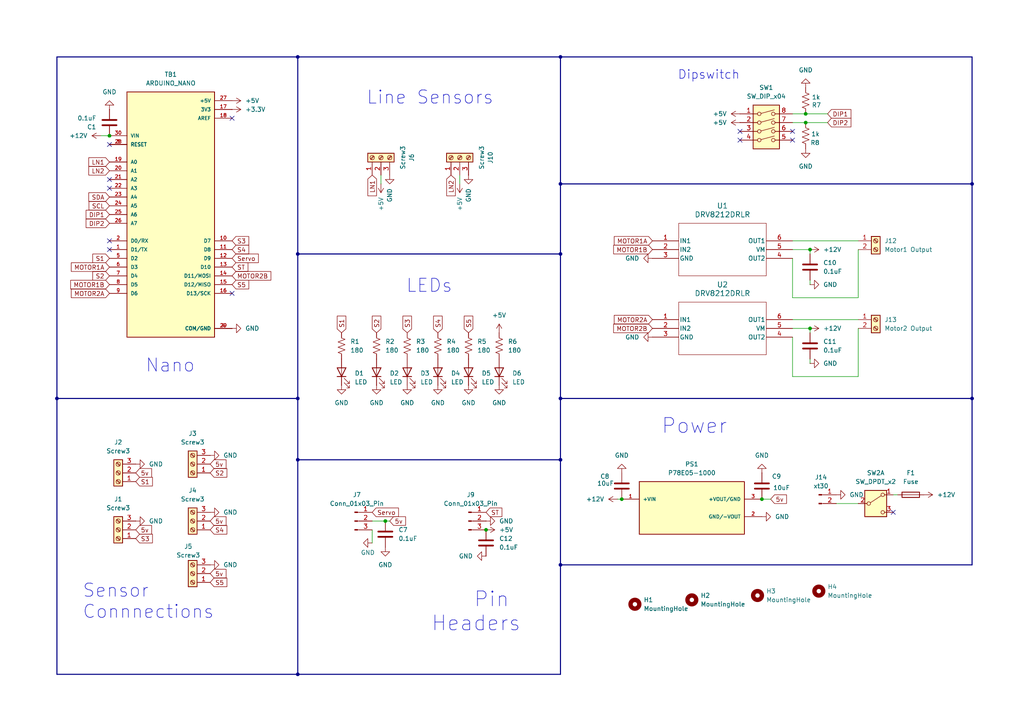
<source format=kicad_sch>
(kicad_sch (version 20231120) (generator "eeschema") (generator_version "8.0")
  (paper "A4")
  (lib_symbols
    (symbol "ARDUINO_NANO[1]:ARDUINO_NANO" (pin_names (offset 1.016))
      (property "Reference" "TB" (at -12.7 35.56 0))
      (property "Value" "ARDUINO_NANO" (at -12.7 -38.1 0))
      (symbol "ARDUINO_NANO_0_0"
        (rectangle (start -12.7 -35.56) (end 12.7 35.56) (stroke (width 0.254)) (fill (type background)))
        (pin bidirectional line (at -17.78 -10.16 0) (length 5.08) (name "D1/TX") (number "1"))
        (pin bidirectional line (at 17.78 -7.62 180) (length 5.08) (name "D7") (number "10"))
        (pin bidirectional line (at 17.78 -10.16 180) (length 5.08) (name "D8") (number "11"))
        (pin bidirectional line (at 17.78 -12.7 180) (length 5.08) (name "D9") (number "12"))
        (pin bidirectional line (at 17.78 -15.24 180) (length 5.08) (name "D10") (number "13"))
        (pin bidirectional line (at 17.78 -17.78 180) (length 5.08) (name "D11/MOSI") (number "14"))
        (pin bidirectional line (at 17.78 -20.32 180) (length 5.08) (name "D12/MISO") (number "15"))
        (pin bidirectional line (at 17.78 -22.86 180) (length 5.08) (name "D13/SCK") (number "16"))
        (pin power_in line (at 17.78 30.48 180) (length 5.08) (name "3V3") (number "17"))
        (pin power_in line (at 17.78 27.94 180) (length 5.08) (name "AREF") (number "18"))
        (pin input line (at -17.78 15.24 0) (length 5.08) (name "A0") (number "19"))
        (pin bidirectional line (at -17.78 -7.62 0) (length 5.08) (name "D0/RX") (number "2"))
        (pin input line (at -17.78 12.7 0) (length 5.08) (name "A1") (number "20"))
        (pin input line (at -17.78 10.16 0) (length 5.08) (name "A2") (number "21"))
        (pin input line (at -17.78 7.62 0) (length 5.08) (name "A3") (number "22"))
        (pin input line (at -17.78 5.08 0) (length 5.08) (name "A4") (number "23"))
        (pin input line (at -17.78 2.54 0) (length 5.08) (name "A5") (number "24"))
        (pin input line (at -17.78 0 0) (length 5.08) (name "A6") (number "25"))
        (pin input line (at -17.78 -2.54 0) (length 5.08) (name "A7") (number "26"))
        (pin power_in line (at 17.78 33.02 180) (length 5.08) (name "+5V") (number "27"))
        (pin input line (at -17.78 20.32 0) (length 5.08) (name "RESET") (number "28"))
        (pin power_in line (at 17.78 -33.02 180) (length 5.08) (name "COM/GND") (number "29"))
        (pin input line (at -17.78 20.32 0) (length 5.08) (name "RESET") (number "3"))
        (pin input line (at -17.78 22.86 0) (length 5.08) (name "VIN") (number "30"))
        (pin power_in line (at 17.78 -33.02 180) (length 5.08) (name "COM/GND") (number "4"))
        (pin bidirectional line (at -17.78 -12.7 0) (length 5.08) (name "D2") (number "5"))
        (pin bidirectional line (at -17.78 -15.24 0) (length 5.08) (name "D3") (number "6"))
        (pin bidirectional line (at -17.78 -17.78 0) (length 5.08) (name "D4") (number "7"))
        (pin bidirectional line (at -17.78 -20.32 0) (length 5.08) (name "D5") (number "8"))
        (pin bidirectional line (at -17.78 -22.86 0) (length 5.08) (name "D6") (number "9"))
      )
    )
    (symbol "Connector:Conn_01x02_Pin" (pin_names (offset 1.016) hide)
      (property "Reference" "J" (at 0 2.54 0))
      (property "Value" "Conn_01x02_Pin" (at 0 -5.08 0))
      (symbol "Conn_01x02_Pin_1_1"
        (polyline (pts (xy 1.27 -2.54) (xy 0.8636 -2.54)) (stroke (width 0.1524)))
        (polyline (pts (xy 1.27 0) (xy 0.8636 0)) (stroke (width 0.1524)))
        (rectangle (start 0.8636 -2.413) (end 0 -2.667) (stroke (width 0.1524)) (fill (type outline)))
        (rectangle (start 0.8636 0.127) (end 0 -0.127) (stroke (width 0.1524)) (fill (type outline)))
        (pin passive line (at 5.08 0 180) (length 3.81) (name "Pin_1") (number "1"))
        (pin passive line (at 5.08 -2.54 180) (length 3.81) (name "Pin_2") (number "2"))
      )
    )
    (symbol "Connector:Conn_01x03_Pin" (pin_names (offset 1.016) hide)
      (property "Reference" "J" (at 0 5.08 0))
      (property "Value" "Conn_01x03_Pin" (at 0 -5.08 0))
      (symbol "Conn_01x03_Pin_1_1"
        (polyline (pts (xy 1.27 -2.54) (xy 0.8636 -2.54)) (stroke (width 0.1524)))
        (polyline (pts (xy 1.27 0) (xy 0.8636 0)) (stroke (width 0.1524)))
        (polyline (pts (xy 1.27 2.54) (xy 0.8636 2.54)) (stroke (width 0.1524)))
        (rectangle (start 0.8636 -2.413) (end 0 -2.667) (stroke (width 0.1524)) (fill (type outline)))
        (rectangle (start 0.8636 0.127) (end 0 -0.127) (stroke (width 0.1524)) (fill (type outline)))
        (rectangle (start 0.8636 2.667) (end 0 2.413) (stroke (width 0.1524)) (fill (type outline)))
        (pin passive line (at 5.08 2.54 180) (length 3.81) (name "Pin_1") (number "1"))
        (pin passive line (at 5.08 0 180) (length 3.81) (name "Pin_2") (number "2"))
        (pin passive line (at 5.08 -2.54 180) (length 3.81) (name "Pin_3") (number "3"))
      )
    )
    (symbol "Connector:Screw_Terminal_01x02" (pin_names (offset 1.016) hide)
      (property "Reference" "J" (at 0 2.54 0))
      (property "Value" "Screw_Terminal_01x02" (at 0 -5.08 0))
      (symbol "Screw_Terminal_01x02_1_1"
        (rectangle (start -1.27 1.27) (end 1.27 -3.81) (stroke (width 0.254)) (fill (type background)))
        (circle (center 0 -2.54) (radius 0.635) (stroke (width 0.1524)))
        (polyline (pts (xy -0.5334 -2.2098) (xy 0.3302 -3.048)) (stroke (width 0.1524)))
        (polyline (pts (xy -0.5334 0.3302) (xy 0.3302 -0.508)) (stroke (width 0.1524)))
        (polyline (pts (xy -0.3556 -2.032) (xy 0.508 -2.8702)) (stroke (width 0.1524)))
        (polyline (pts (xy -0.3556 0.508) (xy 0.508 -0.3302)) (stroke (width 0.1524)))
        (circle (center 0 0) (radius 0.635) (stroke (width 0.1524)))
        (pin passive line (at -5.08 0 0) (length 3.81) (name "Pin_1") (number "1"))
        (pin passive line (at -5.08 -2.54 0) (length 3.81) (name "Pin_2") (number "2"))
      )
    )
    (symbol "Connector:Screw_Terminal_01x03" (pin_names (offset 1.016) hide)
      (property "Reference" "J" (at 0 5.08 0))
      (property "Value" "Screw_Terminal_01x03" (at 0 -5.08 0))
      (symbol "Screw_Terminal_01x03_1_1"
        (rectangle (start -1.27 3.81) (end 1.27 -3.81) (stroke (width 0.254)) (fill (type background)))
        (circle (center 0 -2.54) (radius 0.635) (stroke (width 0.1524)))
        (polyline (pts (xy -0.5334 -2.2098) (xy 0.3302 -3.048)) (stroke (width 0.1524)))
        (polyline (pts (xy -0.5334 0.3302) (xy 0.3302 -0.508)) (stroke (width 0.1524)))
        (polyline (pts (xy -0.5334 2.8702) (xy 0.3302 2.032)) (stroke (width 0.1524)))
        (polyline (pts (xy -0.3556 -2.032) (xy 0.508 -2.8702)) (stroke (width 0.1524)))
        (polyline (pts (xy -0.3556 0.508) (xy 0.508 -0.3302)) (stroke (width 0.1524)))
        (polyline (pts (xy -0.3556 3.048) (xy 0.508 2.2098)) (stroke (width 0.1524)))
        (circle (center 0 0) (radius 0.635) (stroke (width 0.1524)))
        (circle (center 0 2.54) (radius 0.635) (stroke (width 0.1524)))
        (pin passive line (at -5.08 2.54 0) (length 3.81) (name "Pin_1") (number "1"))
        (pin passive line (at -5.08 0 0) (length 3.81) (name "Pin_2") (number "2"))
        (pin passive line (at -5.08 -2.54 0) (length 3.81) (name "Pin_3") (number "3"))
      )
    )
    (symbol "Device:C" (pin_numbers hide) (pin_names (offset 0.254))
      (property "Reference" "C" (at 0.635 2.54 0))
      (property "Value" "C" (at 0.635 -2.54 0))
      (symbol "C_0_1"
        (polyline (pts (xy -2.032 -0.762) (xy 2.032 -0.762)) (stroke (width 0.508)))
        (polyline (pts (xy -2.032 0.762) (xy 2.032 0.762)) (stroke (width 0.508)))
      )
      (symbol "C_1_1"
        (pin passive line (at 0 3.81 270) (length 2.794) (name "~") (number "1"))
        (pin passive line (at 0 -3.81 90) (length 2.794) (name "~") (number "2"))
      )
    )
    (symbol "Device:Fuse" (pin_numbers hide) (pin_names (offset 0))
      (property "Reference" "F" (at 2.032 0 90))
      (property "Value" "Fuse" (at -1.905 0 90))
      (symbol "Fuse_0_1"
        (rectangle (start -0.762 -2.54) (end 0.762 2.54) (stroke (width 0.254)))
        (polyline (pts (xy 0 2.54) (xy 0 -2.54)))
      )
      (symbol "Fuse_1_1"
        (pin passive line (at 0 3.81 270) (length 1.27) (name "~") (number "1"))
        (pin passive line (at 0 -3.81 90) (length 1.27) (name "~") (number "2"))
      )
    )
    (symbol "Device:LED" (pin_numbers hide) (pin_names (offset 1.016) hide)
      (property "Reference" "D" (at 0 2.54 0))
      (property "Value" "LED" (at 0 -2.54 0))
      (symbol "LED_0_1"
        (polyline (pts (xy -1.27 -1.27) (xy -1.27 1.27)) (stroke (width 0.254)))
        (polyline (pts (xy -1.27 0) (xy 1.27 0)))
        (polyline (pts (xy 1.27 -1.27) (xy 1.27 1.27) (xy -1.27 0) (xy 1.27 -1.27)) (stroke (width 0.254)))
        (polyline (pts (xy -3.048 -0.762) (xy -4.572 -2.286) (xy -3.81 -2.286) (xy -4.572 -2.286) (xy -4.572 -1.524)))
        (polyline (pts (xy -1.778 -0.762) (xy -3.302 -2.286) (xy -2.54 -2.286) (xy -3.302 -2.286) (xy -3.302 -1.524)))
      )
      (symbol "LED_1_1"
        (pin passive line (at -3.81 0 0) (length 2.54) (name "K") (number "1"))
        (pin passive line (at 3.81 0 180) (length 2.54) (name "A") (number "2"))
      )
    )
    (symbol "Device:R_US" (pin_numbers hide) (pin_names (offset 0))
      (property "Reference" "R" (at 2.54 0 90))
      (property "Value" "R_US" (at -2.54 0 90))
      (symbol "R_US_0_1"
        (polyline (pts (xy 0 -2.286) (xy 0 -2.54)))
        (polyline (pts (xy 0 2.286) (xy 0 2.54)))
        (polyline (pts (xy 0 -0.762) (xy 1.016 -1.143) (xy 0 -1.524) (xy -1.016 -1.905) (xy 0 -2.286)))
        (polyline (pts (xy 0 0.762) (xy 1.016 0.381) (xy 0 0) (xy -1.016 -0.381) (xy 0 -0.762)))
        (polyline (pts (xy 0 2.286) (xy 1.016 1.905) (xy 0 1.524) (xy -1.016 1.143) (xy 0 0.762)))
      )
      (symbol "R_US_1_1"
        (pin passive line (at 0 3.81 270) (length 1.27) (name "~") (number "1"))
        (pin passive line (at 0 -3.81 90) (length 1.27) (name "~") (number "2"))
      )
    )
    (symbol "Mechanical:MountingHole" (pin_names (offset 1.016)) (exclude_from_sim yes) (in_bom no)
      (property "Reference" "H" (at 0 5.08 0))
      (property "Value" "MountingHole" (at 0 3.175 0))
      (symbol "MountingHole_0_1"
        (circle (center 0 0) (radius 1.27) (stroke (width 1.27)))
      )
    )
    (symbol "P78E05-1000[1]:P78E05-1000" (pin_names (offset 1.016))
      (property "Reference" "PS" (at -15.24 7.62 0))
      (property "Value" "P78E05-1000" (at -15.24 -10.16 0))
      (symbol "P78E05-1000_0_0"
        (rectangle (start -15.24 -7.62) (end 15.24 7.62) (stroke (width 0.254)) (fill (type background)))
        (pin input line (at -20.32 2.54 0) (length 5.08) (name "+VIN") (number "1"))
        (pin power_in line (at 20.32 -2.54 180) (length 5.08) (name "GND/-VOUT") (number "2"))
        (pin power_in line (at 20.32 2.54 180) (length 5.08) (name "+VOUT/GND") (number "3"))
      )
    )
    (symbol "Switch:SW_DIP_x04" (pin_names (offset 0) hide)
      (property "Reference" "SW" (at 0 8.89 0))
      (property "Value" "SW_DIP_x04" (at 0 -6.35 0))
      (symbol "SW_DIP_x04_0_0"
        (circle (center -2.032 -2.54) (radius 0.508))
        (circle (center -2.032 0) (radius 0.508))
        (circle (center -2.032 2.54) (radius 0.508))
        (circle (center -2.032 5.08) (radius 0.508))
        (polyline (pts (xy -1.524 -2.3876) (xy 2.3622 -1.3462)))
        (polyline (pts (xy -1.524 0.127) (xy 2.3622 1.1684)))
        (polyline (pts (xy -1.524 2.667) (xy 2.3622 3.7084)))
        (polyline (pts (xy -1.524 5.207) (xy 2.3622 6.2484)))
        (circle (center 2.032 -2.54) (radius 0.508))
        (circle (center 2.032 0) (radius 0.508))
        (circle (center 2.032 2.54) (radius 0.508))
        (circle (center 2.032 5.08) (radius 0.508))
      )
      (symbol "SW_DIP_x04_0_1"
        (rectangle (start -3.81 7.62) (end 3.81 -5.08) (stroke (width 0.254)) (fill (type background)))
      )
      (symbol "SW_DIP_x04_1_1"
        (pin passive line (at -7.62 5.08 0) (length 5.08) (name "~") (number "1"))
        (pin passive line (at -7.62 2.54 0) (length 5.08) (name "~") (number "2"))
        (pin passive line (at -7.62 0 0) (length 5.08) (name "~") (number "3"))
        (pin passive line (at -7.62 -2.54 0) (length 5.08) (name "~") (number "4"))
        (pin passive line (at 7.62 -2.54 180) (length 5.08) (name "~") (number "5"))
        (pin passive line (at 7.62 0 180) (length 5.08) (name "~") (number "6"))
        (pin passive line (at 7.62 2.54 180) (length 5.08) (name "~") (number "7"))
        (pin passive line (at 7.62 5.08 180) (length 5.08) (name "~") (number "8"))
      )
    )
    (symbol "Switch:SW_DPDT_x2" (pin_names (offset 0) hide)
      (property "Reference" "SW" (at 0 5.08 0))
      (property "Value" "SW_DPDT_x2" (at 0 -5.08 0))
      (symbol "SW_DPDT_x2_0_0"
        (circle (center -2.032 0) (radius 0.508))
        (circle (center 2.032 -2.54) (radius 0.508))
      )
      (symbol "SW_DPDT_x2_0_1"
        (rectangle (start -3.175 3.81) (end 3.175 -3.81) (stroke (width 0.254)) (fill (type background)))
        (polyline (pts (xy -1.524 0.254) (xy 1.5748 2.286)))
        (circle (center 2.032 2.54) (radius 0.508))
      )
      (symbol "SW_DPDT_x2_1_1"
        (pin passive line (at 5.08 2.54 180) (length 2.54) (name "A") (number "1"))
        (pin passive line (at -5.08 0 0) (length 2.54) (name "B") (number "2"))
        (pin passive line (at 5.08 -2.54 180) (length 2.54) (name "C") (number "3"))
      )
      (symbol "SW_DPDT_x2_2_1"
        (pin passive line (at 5.08 2.54 180) (length 2.54) (name "A") (number "4"))
        (pin passive line (at -5.08 0 0) (length 2.54) (name "B") (number "5"))
        (pin passive line (at 5.08 -2.54 180) (length 2.54) (name "C") (number "6"))
      )
    )
    (symbol "alex:DRV8212DRLR" (pin_names (offset 0.254))
      (property "Reference" "U" (at 20.32 10.16 0))
      (property "Value" "DRV8212DRLR" (at 20.32 7.62 0))
      (symbol "DRV8212DRLR_0_1"
        (polyline (pts (xy 7.62 -10.16) (xy 33.02 -10.16)) (stroke (width 0.127)))
        (polyline (pts (xy 7.62 5.08) (xy 7.62 -10.16)) (stroke (width 0.127)))
        (polyline (pts (xy 33.02 -10.16) (xy 33.02 5.08)) (stroke (width 0.127)))
        (polyline (pts (xy 33.02 5.08) (xy 7.62 5.08)) (stroke (width 0.127)))
        (pin input line (at 0 0 0) (length 7.62) (name "IN1") (number "1"))
        (pin input line (at 0 -2.54 0) (length 7.62) (name "IN2") (number "2"))
        (pin power_out line (at 0 -5.08 0) (length 7.62) (name "GND") (number "3"))
        (pin output line (at 40.64 -5.08 180) (length 7.62) (name "OUT2") (number "4"))
        (pin power_in line (at 40.64 -2.54 180) (length 7.62) (name "VM") (number "5"))
        (pin output line (at 40.64 0 180) (length 7.62) (name "OUT1") (number "6"))
      )
    )
    (symbol "power:+12V" (power) (pin_numbers hide) (pin_names (offset 0) hide)
      (property "Value" "+12V" (at 0 3.556 0))
      (symbol "+12V_0_1"
        (polyline (pts (xy -0.762 1.27) (xy 0 2.54)))
        (polyline (pts (xy 0 0) (xy 0 2.54)))
        (polyline (pts (xy 0 2.54) (xy 0.762 1.27)))
      )
      (symbol "+12V_1_1"
        (pin power_in line (at 0 0 90) (length 0) (name "~") (number "1"))
      )
    )
    (symbol "power:+3.3V" (power) (pin_numbers hide) (pin_names (offset 0) hide)
      (property "Value" "+3.3V" (at 0 3.556 0))
      (symbol "+3.3V_0_1"
        (polyline (pts (xy -0.762 1.27) (xy 0 2.54)))
        (polyline (pts (xy 0 0) (xy 0 2.54)))
        (polyline (pts (xy 0 2.54) (xy 0.762 1.27)))
      )
      (symbol "+3.3V_1_1"
        (pin power_in line (at 0 0 90) (length 0) (name "~") (number "1"))
      )
    )
    (symbol "power:+5V" (power) (pin_numbers hide) (pin_names (offset 0) hide)
      (property "Value" "+5V" (at 0 3.556 0))
      (symbol "+5V_0_1"
        (polyline (pts (xy -0.762 1.27) (xy 0 2.54)))
        (polyline (pts (xy 0 0) (xy 0 2.54)))
        (polyline (pts (xy 0 2.54) (xy 0.762 1.27)))
      )
      (symbol "+5V_1_1"
        (pin power_in line (at 0 0 90) (length 0) (name "~") (number "1"))
      )
    )
    (symbol "power:GND" (power) (pin_numbers hide) (pin_names (offset 0) hide)
      (property "Value" "GND" (at 0 -3.81 0))
      (symbol "GND_0_1"
        (polyline (pts (xy 0 0) (xy 0 -1.27) (xy 1.27 -1.27) (xy 0 -2.54) (xy -1.27 -1.27) (xy 0 -1.27)))
      )
      (symbol "GND_1_1"
        (pin power_in line (at 0 0 270) (length 0) (name "~") (number "1"))
      )
    )
  )
  (junction (at 86.36 73.66))
  (junction (at 162.56 53.34))
  (junction (at 31.75 39.37))
  (junction (at 16.51 115.57))
  (junction (at 233.68 33.02))
  (junction (at 281.94 53.34))
  (junction (at 162.56 115.57))
  (junction (at 180.34 144.78))
  (junction (at 86.36 115.57))
  (junction (at 162.56 133.35))
  (junction (at 233.68 35.56))
  (junction (at 162.56 73.66))
  (junction (at 162.56 163.83))
  (junction (at 281.94 115.57))
  (junction (at 234.95 95.25))
  (junction (at 86.36 16.51))
  (junction (at 234.95 72.39))
  (junction (at 140.97 153.67))
  (junction (at 86.36 195.58))
  (junction (at 162.56 16.51))
  (junction (at 220.98 144.78))
  (junction (at 86.36 133.35))
  (junction (at 111.76 151.13))
  (no_connect (at 31.75 41.91))
  (no_connect (at 229.87 38.1))
  (no_connect (at 259.08 148.59))
  (no_connect (at 214.63 38.1))
  (no_connect (at 214.63 40.64))
  (no_connect (at 229.87 40.64))
  (no_connect (at 31.75 69.85))
  (no_connect (at 67.31 34.29))
  (no_connect (at 31.75 72.39))
  (no_connect (at 67.31 85.09))
  (no_connect (at 31.75 54.61))
  (no_connect (at 31.75 52.07))
  (wire (pts (xy 229.87 109.22) (xy 229.87 97.79)))
  (bus (pts (xy 162.56 115.57) (xy 281.94 115.57)))
  (bus (pts (xy 86.36 195.58) (xy 86.36 133.35)))
  (bus (pts (xy 16.51 115.57) (xy 16.51 195.58)))
  (wire (pts (xy 229.87 92.71) (xy 248.92 92.71)))
  (wire (pts (xy 234.95 82.55) (xy 234.95 81.28)))
  (bus (pts (xy 16.51 115.57) (xy 86.36 115.57)))
  (wire (pts (xy 229.87 86.36) (xy 229.87 74.93)))
  (bus (pts (xy 162.56 53.34) (xy 281.94 53.34)))
  (bus (pts (xy 86.36 133.35) (xy 162.56 133.35)))
  (bus (pts (xy 162.56 115.57) (xy 162.56 133.35)))
  (wire (pts (xy 234.95 105.41) (xy 234.95 104.14)))
  (bus (pts (xy 162.56 16.51) (xy 162.56 53.34)))
  (wire (pts (xy 179.07 144.78) (xy 180.34 144.78)))
  (bus (pts (xy 281.94 16.51) (xy 281.94 53.34)))
  (bus (pts (xy 162.56 53.34) (xy 162.56 73.66)))
  (bus (pts (xy 86.36 115.57) (xy 86.36 133.35)))
  (wire (pts (xy 229.87 86.36) (xy 248.92 86.36)))
  (wire (pts (xy 29.21 39.37) (xy 31.75 39.37)))
  (wire (pts (xy 248.92 109.22) (xy 248.92 95.25)))
  (bus (pts (xy 162.56 163.83) (xy 281.94 163.83)))
  (bus (pts (xy 86.36 16.51) (xy 162.56 16.51)))
  (wire (pts (xy 248.92 86.36) (xy 248.92 72.39)))
  (bus (pts (xy 162.56 163.83) (xy 162.56 195.58)))
  (wire (pts (xy 107.95 157.48) (xy 107.95 153.67)))
  (wire (pts (xy 234.95 72.39) (xy 229.87 72.39)))
  (bus (pts (xy 86.36 16.51) (xy 86.36 73.66)))
  (wire (pts (xy 133.35 50.8) (xy 133.35 53.34)))
  (bus (pts (xy 281.94 115.57) (xy 281.94 163.83)))
  (bus (pts (xy 162.56 133.35) (xy 162.56 163.83)))
  (wire (pts (xy 260.35 143.51) (xy 259.08 143.51)))
  (bus (pts (xy 86.36 16.51) (xy 16.51 16.51)))
  (wire (pts (xy 234.95 73.66) (xy 234.95 72.39)))
  (wire (pts (xy 233.68 35.56) (xy 240.03 35.56)))
  (wire (pts (xy 242.57 146.05) (xy 248.92 146.05)))
  (wire (pts (xy 107.95 151.13) (xy 111.76 151.13)))
  (bus (pts (xy 281.94 53.34) (xy 281.94 115.57)))
  (bus (pts (xy 86.36 73.66) (xy 162.56 73.66)))
  (bus (pts (xy 16.51 195.58) (xy 86.36 195.58)))
  (wire (pts (xy 111.76 151.13) (xy 113.03 151.13)))
  (wire (pts (xy 229.87 109.22) (xy 248.92 109.22)))
  (bus (pts (xy 86.36 73.66) (xy 86.36 115.57)))
  (wire (pts (xy 229.87 69.85) (xy 248.92 69.85)))
  (wire (pts (xy 234.95 96.52) (xy 234.95 95.25)))
  (wire (pts (xy 223.52 144.78) (xy 220.98 144.78)))
  (bus (pts (xy 162.56 73.66) (xy 162.56 115.57)))
  (wire (pts (xy 229.87 35.56) (xy 233.68 35.56)))
  (wire (pts (xy 234.95 95.25) (xy 229.87 95.25)))
  (bus (pts (xy 16.51 16.51) (xy 16.51 115.57)))
  (bus (pts (xy 162.56 16.51) (xy 281.94 16.51)))
  (bus (pts (xy 162.56 195.58) (xy 86.36 195.58)))
  (wire (pts (xy 229.87 33.02) (xy 233.68 33.02)))
  (wire (pts (xy 240.03 33.02) (xy 233.68 33.02)))
  (wire (pts (xy 110.49 50.8) (xy 110.49 53.34)))
  (text "Nano\n" (at 56.642 103.886 0) (effects (font (size 3.81 3.81)) (justify right top)))
  (text "Line Sensors" (at 143.256 26.162 0) (effects (font (size 3.81 3.81)) (justify right top)))
  (text "LEDs\n" (at 131.318 80.772 0) (effects (font (size 3.81 3.81)) (justify right top)))
  (text "Dipswitch\n" (at 214.63 20.32 0) (effects (font (size 2.54 2.54)) (justify right top)))
  (text "Power\n" (at 211.074 121.158 0) (effects (font (size 4.318 4.318)) (justify right top)))
  (text "Pin \nHeaders" (at 151.13 171.45 0) (effects (font (size 4.318 4.318)) (justify right top)))
  (text "Sensor \nConnnections \n" (at 23.876 174.498 0) (effects (font (size 3.81 3.81)) (justify left)))
  (global_label "S5" (shape input) (at 135.89 96.52 90) (property "Intersheetrefs" "${INTERSHEET_REFS}" (effects (hide yes))))
  (global_label "MOTOR1A" (shape input) (at 189.23 69.85 180) (property "Intersheetrefs" "${INTERSHEET_REFS}" (effects (hide yes))))
  (global_label "MOTOR1B" (shape input) (at 189.23 72.39 180) (property "Intersheetrefs" "${INTERSHEET_REFS}" (effects (hide yes))))
  (global_label "SDA" (shape input) (at 31.75 57.15 180) (property "Intersheetrefs" "${INTERSHEET_REFS}" (effects (hide yes))))
  (global_label "DIP2" (shape input) (at 31.75 64.77 180) (property "Intersheetrefs" "${INTERSHEET_REFS}" (effects (hide yes))))
  (global_label "S3" (shape input) (at 67.31 69.85 0) (property "Intersheetrefs" "${INTERSHEET_REFS}" (effects (hide yes))))
  (global_label "S4" (shape input) (at 67.31 72.39 0) (property "Intersheetrefs" "${INTERSHEET_REFS}" (effects (hide yes))))
  (global_label "5v" (shape input) (at 60.96 166.37 0) (property "Intersheetrefs" "${INTERSHEET_REFS}" (effects (hide yes))))
  (global_label "ST" (shape input) (at 140.97 148.59 0) (property "Intersheetrefs" "${INTERSHEET_REFS}" (effects (hide yes))))
  (global_label "MOTOR2A" (shape input) (at 189.23 92.71 180) (property "Intersheetrefs" "${INTERSHEET_REFS}" (effects (hide yes))))
  (global_label "DIP1" (shape input) (at 240.03 33.02 0) (property "Intersheetrefs" "${INTERSHEET_REFS}" (effects (hide yes))))
  (global_label "ST" (shape input) (at 67.31 77.47 0) (property "Intersheetrefs" "${INTERSHEET_REFS}" (effects (hide yes))))
  (global_label "LN2" (shape input) (at 31.75 49.53 180) (property "Intersheetrefs" "${INTERSHEET_REFS}" (effects (hide yes))))
  (global_label "5v" (shape input) (at 60.96 134.62 0) (property "Intersheetrefs" "${INTERSHEET_REFS}" (effects (hide yes))))
  (global_label "S5" (shape input) (at 67.31 82.55 0) (property "Intersheetrefs" "${INTERSHEET_REFS}" (effects (hide yes))))
  (global_label "S1" (shape input) (at 99.06 96.52 90) (property "Intersheetrefs" "${INTERSHEET_REFS}" (effects (hide yes))))
  (global_label "DIP1" (shape input) (at 31.75 62.23 180) (property "Intersheetrefs" "${INTERSHEET_REFS}" (effects (hide yes))))
  (global_label "S3" (shape input) (at 118.11 96.52 90) (property "Intersheetrefs" "${INTERSHEET_REFS}" (effects (hide yes))))
  (global_label "DIP2" (shape input) (at 240.03 35.56 0) (property "Intersheetrefs" "${INTERSHEET_REFS}" (effects (hide yes))))
  (global_label "Servo" (shape input) (at 107.95 148.59 0) (property "Intersheetrefs" "${INTERSHEET_REFS}" (effects (hide yes))))
  (global_label "S4" (shape input) (at 60.96 153.67 0) (property "Intersheetrefs" "${INTERSHEET_REFS}" (effects (hide yes))))
  (global_label "5v" (shape input) (at 60.96 151.13 0) (property "Intersheetrefs" "${INTERSHEET_REFS}" (effects (hide yes))))
  (global_label "LN1" (shape input) (at 31.75 46.99 180) (property "Intersheetrefs" "${INTERSHEET_REFS}" (effects (hide yes))))
  (global_label "MOTOR2B" (shape input) (at 189.23 95.25 180) (property "Intersheetrefs" "${INTERSHEET_REFS}" (effects (hide yes))))
  (global_label "Servo" (shape input) (at 67.31 74.93 0) (property "Intersheetrefs" "${INTERSHEET_REFS}" (effects (hide yes))))
  (global_label "5v" (shape input) (at 223.52 144.78 0) (property "Intersheetrefs" "${INTERSHEET_REFS}" (effects (hide yes))))
  (global_label "LN1" (shape input) (at 107.95 50.8 270) (property "Intersheetrefs" "${INTERSHEET_REFS}" (effects (hide yes))))
  (global_label "MOTOR2B" (shape input) (at 67.31 80.01 0) (property "Intersheetrefs" "${INTERSHEET_REFS}" (effects (hide yes))))
  (global_label "SCL" (shape input) (at 31.75 59.69 180) (property "Intersheetrefs" "${INTERSHEET_REFS}" (effects (hide yes))))
  (global_label "S2" (shape input) (at 60.96 137.16 0) (property "Intersheetrefs" "${INTERSHEET_REFS}" (effects (hide yes))))
  (global_label "S1" (shape input) (at 31.75 74.93 180) (property "Intersheetrefs" "${INTERSHEET_REFS}" (effects (hide yes))))
  (global_label "S2" (shape input) (at 109.22 96.52 90) (property "Intersheetrefs" "${INTERSHEET_REFS}" (effects (hide yes))))
  (global_label "S2" (shape input) (at 31.75 80.01 180) (property "Intersheetrefs" "${INTERSHEET_REFS}" (effects (hide yes))))
  (global_label "S5" (shape input) (at 60.96 168.91 0) (property "Intersheetrefs" "${INTERSHEET_REFS}" (effects (hide yes))))
  (global_label "5v" (shape input) (at 39.37 153.67 0) (property "Intersheetrefs" "${INTERSHEET_REFS}" (effects (hide yes))))
  (global_label "S3" (shape input) (at 39.37 156.21 0) (property "Intersheetrefs" "${INTERSHEET_REFS}" (effects (hide yes))))
  (global_label "MOTOR1A" (shape input) (at 31.75 77.47 180) (property "Intersheetrefs" "${INTERSHEET_REFS}" (effects (hide yes))))
  (global_label "LN2" (shape input) (at 130.81 50.8 270) (property "Intersheetrefs" "${INTERSHEET_REFS}" (effects (hide yes))))
  (global_label "MOTOR1B" (shape input) (at 31.75 82.55 180) (property "Intersheetrefs" "${INTERSHEET_REFS}" (effects (hide yes))))
  (global_label "S1" (shape input) (at 39.37 139.7 0) (property "Intersheetrefs" "${INTERSHEET_REFS}" (effects (hide yes))))
  (global_label "5v" (shape input) (at 39.37 137.16 0) (property "Intersheetrefs" "${INTERSHEET_REFS}" (effects (hide yes))))
  (global_label "MOTOR2A" (shape input) (at 31.75 85.09 180) (property "Intersheetrefs" "${INTERSHEET_REFS}" (effects (hide yes))))
  (global_label "S4" (shape input) (at 127 96.52 90) (property "Intersheetrefs" "${INTERSHEET_REFS}" (effects (hide yes))))
  (global_label "5v" (shape input) (at 113.03 151.13 0) (property "Intersheetrefs" "${INTERSHEET_REFS}" (effects (hide yes))))
  (symbol (lib_id "Switch:SW_DIP_x04") (at 222.25 38.1 0) (unit 1)
    (property "Reference" "SW1" (at 222.25 25.4 0))
    (property "Value" "SW_DIP_x04" (at 222.25 27.94 0))
    (property "Footprint" "JOEJOE:dip" (effects (hide yes)))
    (property "Description" "4x DIP Switch, Single Pole Single Throw (SPST) switch, small symbol" (effects (hide yes)))
  )
  (symbol (lib_id "Device:R_US") (at 233.68 29.21 0) (unit 1)
    (property "Reference" "R7" (at 235.458 30.4799 0) (effects (justify left)))
    (property "Value" "1k" (at 235.458 28.194 0) (effects (justify left)))
    (property "Footprint" "Resistor_SMD:R_0805_2012Metric" (effects (hide yes)))
    (property "Description" "Resistor, US symbol" (effects (hide yes)))
  )
  (symbol (lib_id "power:GND") (at 113.03 50.8 0) (unit 1)
    (property "Reference" "#PWR022" (effects (hide yes)))
    (property "Value" "GND" (at 113.0299 54.61 90) (effects (justify right)))
    (property "Description" "Power symbol creates a global label with name \"GND\" , ground" (effects (hide yes)))
  )
  (symbol (lib_id "power:GND") (at 60.96 148.59 90) (unit 1)
    (property "Reference" "#PWR010" (effects (hide yes)))
    (property "Value" "GND" (at 64.77 148.5901 90) (effects (justify right)))
    (property "Description" "Power symbol creates a global label with name \"GND\" , ground" (effects (hide yes)))
  )
  (symbol (lib_id "power:GND") (at 107.95 157.48 270) (unit 1)
    (property "Reference" "#PWR023" (effects (hide yes)))
    (property "Value" "GND" (at 106.68 160.274 90))
    (property "Description" "Power symbol creates a global label with name \"GND\" , ground" (effects (hide yes)))
  )
  (symbol (lib_id "Device:LED") (at 127 107.95 90) (unit 1)
    (property "Reference" "D4" (at 130.81 108.2674 90) (effects (justify right)))
    (property "Value" "LED" (at 130.81 110.8074 90) (effects (justify right)))
    (property "Footprint" "LED_SMD:LED_1206_3216Metric" (effects (hide yes)))
    (property "Description" "Light emitting diode" (effects (hide yes)))
  )
  (symbol (lib_id "power:+12V") (at 267.97 143.51 270) (unit 1)
    (property "Reference" "#PWR055" (effects (hide yes)))
    (property "Value" "+12V" (at 271.78 143.5099 90) (effects (justify left)))
    (property "Description" "Power symbol creates a global label with name \"+12V\"" (effects (hide yes)))
  )
  (symbol (lib_id "Device:C") (at 220.98 140.97 180) (unit 1)
    (property "Reference" "C9" (at 226.568 138.176 0) (effects (justify left)))
    (property "Value" "10uF" (at 229.108 141.478 0) (effects (justify left)))
    (property "Footprint" "Capacitor_SMD:C_0805_2012Metric" (effects (hide yes)))
    (property "Description" "Unpolarized capacitor" (effects (hide yes)))
  )
  (symbol (lib_id "power:GND") (at 99.06 111.76 0) (unit 1)
    (property "Reference" "#PWR021" (effects (hide yes)))
    (property "Value" "GND" (at 99.06 116.84 0))
    (property "Description" "Power symbol creates a global label with name \"GND\" , ground" (effects (hide yes)))
  )
  (symbol (lib_id "ARDUINO_NANO[1]:ARDUINO_NANO") (at 49.53 62.23 0) (unit 1)
    (property "Reference" "TB1" (at 49.53 21.59 0))
    (property "Value" "ARDUINO_NANO" (at 49.53 24.13 0))
    (property "Footprint" "JOEJOE:nano" (effects (hide yes)))
    (property "MF" "Arduino" (effects (hide yes)))
    (property "Description_1" "\nSmall, complete, and breadboard-friendly board based on the ATmega328 (Arduino Nano 3.x)\n" (effects (hide yes)))
    (property "Package" "Non-Standard Arduino" (effects (hide yes)))
    (property "Price" "None" (effects (hide yes)))
    (property "Check_prices" "https://www.snapeda.com/parts/Arduino%20Nano/Arduino/view-part/?ref=eda" (effects (hide yes)))
    (property "STANDARD" "Manufacturer Recommendations" (effects (hide yes)))
    (property "SnapEDA_Link" "https://www.snapeda.com/parts/Arduino%20Nano/Arduino/view-part/?ref=snap" (effects (hide yes)))
    (property "MP" "Arduino Nano" (effects (hide yes)))
    (property "Availability" "In Stock" (effects (hide yes)))
    (property "MANUFACTURER" "ARDUINO" (effects (hide yes)))
  )
  (symbol (lib_id "Mechanical:MountingHole") (at 200.66 173.99 0) (unit 1) (exclude_from_sim yes) (in_bom no)
    (property "Reference" "H2" (at 203.2 172.7199 0) (effects (justify left)))
    (property "Value" "MountingHole" (at 203.2 175.2599 0) (effects (justify left)))
    (property "Footprint" "MountingHole:MountingHole_2.1mm" (effects (hide yes)))
    (property "Description" "Mounting Hole without connection" (effects (hide yes)))
  )
  (symbol (lib_id "alex:DRV8212DRLR") (at 189.23 92.71 0) (unit 1)
    (property "Reference" "U2" (at 209.55 82.55 0) (effects (font (size 1.524 1.524))))
    (property "Value" "DRV8212DRLR" (at 209.55 85.09 0) (effects (font (size 1.524 1.524))))
    (property "Footprint" "JOEJOE:SOT6_DRV8212_TEX[1]" (effects (hide yes)))
    (property "Datasheet" "DRV8212DRLR" (effects (hide yes)))
  )
  (symbol (lib_id "Connector:Screw_Terminal_01x03") (at 133.35 45.72 90) (unit 1)
    (property "Reference" "J10" (at 142.24 45.72 0))
    (property "Value" "Screw3" (at 139.7 45.72 0))
    (property "Footprint" "Connector_JST:JST_EH_B3B-EH-A_1x03_P2.50mm_Vertical" (effects (hide yes)))
    (property "Description" "Generic screw terminal, single row, 01x03, script generated (kicad-library-utils/schlib/autogen/connector/)" (effects (hide yes)))
  )
  (symbol (lib_id "Device:LED") (at 118.11 107.95 90) (unit 1)
    (property "Reference" "D3" (at 121.92 108.2674 90) (effects (justify right)))
    (property "Value" "LED" (at 121.92 110.8074 90) (effects (justify right)))
    (property "Footprint" "LED_SMD:LED_1206_3216Metric" (effects (hide yes)))
    (property "Description" "Light emitting diode" (effects (hide yes)))
  )
  (symbol (lib_id "power:GND") (at 60.96 163.83 90) (unit 1)
    (property "Reference" "#PWR011" (effects (hide yes)))
    (property "Value" "GND" (at 64.77 163.8301 90) (effects (justify right)))
    (property "Description" "Power symbol creates a global label with name \"GND\" , ground" (effects (hide yes)))
  )
  (symbol (lib_id "Device:C") (at 140.97 157.48 0) (unit 1)
    (property "Reference" "C12" (at 144.78 156.2099 0) (effects (justify left)))
    (property "Value" "0.1uF" (at 144.78 158.7499 0) (effects (justify left)))
    (property "Footprint" "Capacitor_SMD:C_0805_2012Metric" (effects (hide yes)))
    (property "Description" "Unpolarized capacitor" (effects (hide yes)))
  )
  (symbol (lib_id "power:GND") (at 60.96 132.08 90) (unit 1)
    (property "Reference" "#PWR09" (effects (hide yes)))
    (property "Value" "GND" (at 64.77 132.0801 90) (effects (justify right)))
    (property "Description" "Power symbol creates a global label with name \"GND\" , ground" (effects (hide yes)))
  )
  (symbol (lib_id "Connector:Conn_01x02_Pin") (at 237.49 143.51 0) (unit 1)
    (property "Reference" "J14" (at 238.125 138.43 0))
    (property "Value" "xt30" (at 238.125 140.97 0))
    (property "Footprint" "Connector_AMASS:AMASS_XT30U-F_1x02_P5.0mm_Vertical" (effects (hide yes)))
    (property "Description" "Generic connector, single row, 01x02, script generated" (effects (hide yes)))
  )
  (symbol (lib_id "power:GND") (at 127 111.76 0) (unit 1)
    (property "Reference" "#PWR032" (effects (hide yes)))
    (property "Value" "GND" (at 127 116.84 0))
    (property "Description" "Power symbol creates a global label with name \"GND\" , ground" (effects (hide yes)))
  )
  (symbol (lib_id "Connector:Screw_Terminal_01x02") (at 254 92.71 0) (unit 1)
    (property "Reference" "J13" (at 256.54 92.7099 0) (effects (justify left)))
    (property "Value" "Motor2 Output" (at 256.54 95.2499 0) (effects (justify left)))
    (property "Footprint" "JOEJOE:screw2" (effects (hide yes)))
    (property "Description" "Generic screw terminal, single row, 01x02, script generated (kicad-library-utils/schlib/autogen/connector/)" (effects (hide yes)))
  )
  (symbol (lib_id "Device:R_US") (at 109.22 100.33 0) (unit 1)
    (property "Reference" "R2" (at 111.76 99.0599 0) (effects (justify left)))
    (property "Value" "180" (at 111.76 101.5999 0) (effects (justify left)))
    (property "Footprint" "Resistor_SMD:R_0805_2012Metric" (effects (hide yes)))
    (property "Description" "Resistor, US symbol" (effects (hide yes)))
  )
  (symbol (lib_id "power:GND") (at 109.22 111.76 0) (unit 1)
    (property "Reference" "#PWR029" (effects (hide yes)))
    (property "Value" "GND" (at 109.22 116.84 0))
    (property "Description" "Power symbol creates a global label with name \"GND\" , ground" (effects (hide yes)))
  )
  (symbol (lib_id "power:GND") (at 233.68 25.4 180) (unit 1)
    (property "Reference" "#PWR049" (effects (hide yes)))
    (property "Value" "GND" (at 233.68 20.32 0))
    (property "Description" "Power symbol creates a global label with name \"GND\" , ground" (effects (hide yes)))
  )
  (symbol (lib_id "Device:LED") (at 99.06 107.95 90) (unit 1)
    (property "Reference" "D1" (at 102.87 108.2674 90) (effects (justify right)))
    (property "Value" "LED" (at 102.87 110.8074 90) (effects (justify right)))
    (property "Footprint" "LED_SMD:LED_1206_3216Metric" (effects (hide yes)))
    (property "Description" "Light emitting diode" (effects (hide yes)))
  )
  (symbol (lib_id "power:+5V") (at 214.63 35.56 90) (unit 1)
    (property "Reference" "#PWR048" (effects (hide yes)))
    (property "Value" "+5V" (at 210.82 35.5599 90) (effects (justify left)))
    (property "Description" "Power symbol creates a global label with name \"+5V\"" (effects (hide yes)))
  )
  (symbol (lib_id "P78E05-1000[1]:P78E05-1000") (at 200.66 147.32 0) (unit 1)
    (property "Reference" "PS1" (at 200.66 134.62 0))
    (property "Value" "P78E05-1000" (at 200.66 137.16 0))
    (property "Footprint" "JOEJOE:convertor" (effects (hide yes)))
    (property "STANDARD" "Manufacturer Recommendations" (effects (hide yes)))
    (property "MANUFACTURER" "CUI Inc" (effects (hide yes)))
  )
  (symbol (lib_id "power:GND") (at 189.23 97.79 270) (unit 1)
    (property "Reference" "#PWR052" (effects (hide yes)))
    (property "Value" "GND" (at 185.42 97.7899 90) (effects (justify right)))
    (property "Description" "Power symbol creates a global label with name \"GND\" , ground" (effects (hide yes)))
  )
  (symbol (lib_id "Connector:Screw_Terminal_01x03") (at 34.29 153.67 180) (unit 1)
    (property "Reference" "J1" (at 34.29 144.78 0))
    (property "Value" "Screw3" (at 34.29 147.32 0))
    (property "Footprint" "Connector_JST:JST_EH_B3B-EH-A_1x03_P2.50mm_Vertical" (effects (hide yes)))
    (property "Description" "Generic screw terminal, single row, 01x03, script generated (kicad-library-utils/schlib/autogen/connector/)" (effects (hide yes)))
  )
  (symbol (lib_id "Device:C") (at 234.95 77.47 0) (unit 1)
    (property "Reference" "C10" (at 238.76 76.1999 0) (effects (justify left)))
    (property "Value" "0.1uF" (at 238.76 78.7399 0) (effects (justify left)))
    (property "Footprint" "Capacitor_SMD:C_0805_2012Metric" (effects (hide yes)))
    (property "Description" "Unpolarized capacitor" (effects (hide yes)))
  )
  (symbol (lib_id "Device:LED") (at 144.78 107.95 90) (unit 1)
    (property "Reference" "D6" (at 148.59 108.2674 90) (effects (justify right)))
    (property "Value" "LED" (at 148.59 110.8074 90) (effects (justify right)))
    (property "Footprint" "LED_SMD:LED_1206_3216Metric" (effects (hide yes)))
    (property "Description" "Light emitting diode" (effects (hide yes)))
  )
  (symbol (lib_id "power:+5V") (at 110.49 53.34 180) (unit 1)
    (property "Reference" "#PWR028" (effects (hide yes)))
    (property "Value" "+5V" (at 110.4901 57.15 90) (effects (justify left)))
    (property "Description" "Power symbol creates a global label with name \"+5V\"" (effects (hide yes)))
  )
  (symbol (lib_id "power:GND") (at 144.78 111.76 0) (unit 1)
    (property "Reference" "#PWR039" (effects (hide yes)))
    (property "Value" "GND" (at 144.78 116.84 0))
    (property "Description" "Power symbol creates a global label with name \"GND\" , ground" (effects (hide yes)))
  )
  (symbol (lib_id "Connector:Screw_Terminal_01x03") (at 110.49 45.72 90) (unit 1)
    (property "Reference" "J6" (at 119.38 45.72 0))
    (property "Value" "Screw3" (at 116.84 45.72 0))
    (property "Footprint" "Connector_JST:JST_EH_B3B-EH-A_1x03_P2.50mm_Vertical" (effects (hide yes)))
    (property "Description" "Generic screw terminal, single row, 01x03, script generated (kicad-library-utils/schlib/autogen/connector/)" (effects (hide yes)))
  )
  (symbol (lib_id "power:GND") (at 135.89 111.76 0) (unit 1)
    (property "Reference" "#PWR035" (effects (hide yes)))
    (property "Value" "GND" (at 135.89 116.84 0))
    (property "Description" "Power symbol creates a global label with name \"GND\" , ground" (effects (hide yes)))
  )
  (symbol (lib_id "power:+12V") (at 234.95 95.25 270) (unit 1)
    (property "Reference" "#PWR053" (effects (hide yes)))
    (property "Value" "+12V" (at 238.76 95.2499 90) (effects (justify left)))
    (property "Description" "Power symbol creates a global label with name \"+12V\"" (effects (hide yes)))
  )
  (symbol (lib_id "Device:LED") (at 109.22 107.95 90) (unit 1)
    (property "Reference" "D2" (at 113.03 108.2674 90) (effects (justify right)))
    (property "Value" "LED" (at 113.03 110.8074 90) (effects (justify right)))
    (property "Footprint" "LED_SMD:LED_1206_3216Metric" (effects (hide yes)))
    (property "Description" "Light emitting diode" (effects (hide yes)))
  )
  (symbol (lib_id "Device:Fuse") (at 264.16 143.51 90) (unit 1)
    (property "Reference" "F1" (at 264.16 137.16 90))
    (property "Value" "Fuse" (at 264.16 139.7 90))
    (property "Footprint" "Fuse:Fuse_1206_3216Metric" (effects (hide yes)))
    (property "Description" "Fuse" (effects (hide yes)))
  )
  (symbol (lib_id "power:GND") (at 234.95 82.55 90) (unit 1)
    (property "Reference" "#PWR044" (effects (hide yes)))
    (property "Value" "GND" (at 238.76 82.5499 90) (effects (justify right)))
    (property "Description" "Power symbol creates a global label with name \"GND\" , ground" (effects (hide yes)))
  )
  (symbol (lib_id "Connector:Conn_01x03_Pin") (at 102.87 151.13 0) (unit 1)
    (property "Reference" "J7" (at 103.505 143.51 0))
    (property "Value" "Conn_01x03_Pin" (at 103.505 146.05 0))
    (property "Footprint" "Connector_PinHeader_2.54mm:PinHeader_1x03_P2.54mm_Vertical" (effects (hide yes)))
    (property "Description" "Generic connector, single row, 01x03, script generated" (effects (hide yes)))
  )
  (symbol (lib_id "power:GND") (at 242.57 143.51 90) (unit 1)
    (property "Reference" "#PWR050" (effects (hide yes)))
    (property "Value" "GND" (at 246.38 143.5099 90) (effects (justify right)))
    (property "Description" "Power symbol creates a global label with name \"GND\" , ground" (effects (hide yes)))
  )
  (symbol (lib_id "power:GND") (at 39.37 151.13 90) (unit 1)
    (property "Reference" "#PWR02" (effects (hide yes)))
    (property "Value" "GND" (at 43.18 151.1301 90) (effects (justify right)))
    (property "Description" "Power symbol creates a global label with name \"GND\" , ground" (effects (hide yes)))
  )
  (symbol (lib_id "power:+5V") (at 144.78 96.52 0) (unit 1)
    (property "Reference" "#PWR038" (effects (hide yes)))
    (property "Value" "+5V" (at 144.78 91.44 0))
    (property "Description" "Power symbol creates a global label with name \"+5V\"" (effects (hide yes)))
  )
  (symbol (lib_id "power:GND") (at 39.37 134.62 90) (unit 1)
    (property "Reference" "#PWR04" (effects (hide yes)))
    (property "Value" "GND" (at 43.18 134.6201 90) (effects (justify right)))
    (property "Description" "Power symbol creates a global label with name \"GND\" , ground" (effects (hide yes)))
  )
  (symbol (lib_id "power:GND") (at 180.34 137.16 180) (unit 1)
    (property "Reference" "#PWR041" (effects (hide yes)))
    (property "Value" "GND" (at 180.34 132.08 0))
    (property "Description" "Power symbol creates a global label with name \"GND\" , ground" (effects (hide yes)))
  )
  (symbol (lib_id "Device:R_US") (at 135.89 100.33 0) (unit 1)
    (property "Reference" "R5" (at 138.43 99.0599 0) (effects (justify left)))
    (property "Value" "180" (at 138.43 101.5999 0) (effects (justify left)))
    (property "Footprint" "Resistor_SMD:R_0805_2012Metric" (effects (hide yes)))
    (property "Description" "Resistor, US symbol" (effects (hide yes)))
  )
  (symbol (lib_id "Connector:Screw_Terminal_01x03") (at 34.29 137.16 180) (unit 1)
    (property "Reference" "J2" (at 34.29 128.27 0))
    (property "Value" "Screw3" (at 34.29 130.81 0))
    (property "Footprint" "Connector_JST:JST_EH_B3B-EH-A_1x03_P2.50mm_Vertical" (effects (hide yes)))
    (property "Description" "Generic screw terminal, single row, 01x03, script generated (kicad-library-utils/schlib/autogen/connector/)" (effects (hide yes)))
  )
  (symbol (lib_id "power:GND") (at 220.98 149.86 90) (unit 1)
    (property "Reference" "#PWR046" (effects (hide yes)))
    (property "Value" "GND" (at 224.79 149.8599 90) (effects (justify right)))
    (property "Description" "Power symbol creates a global label with name \"GND\" , ground" (effects (hide yes)))
  )
  (symbol (lib_id "power:GND") (at 189.23 74.93 270) (unit 1)
    (property "Reference" "#PWR043" (effects (hide yes)))
    (property "Value" "GND" (at 185.42 74.9299 90) (effects (justify right)))
    (property "Description" "Power symbol creates a global label with name \"GND\" , ground" (effects (hide yes)))
  )
  (symbol (lib_id "power:GND") (at 234.95 105.41 90) (unit 1)
    (property "Reference" "#PWR054" (effects (hide yes)))
    (property "Value" "GND" (at 238.76 105.4099 90) (effects (justify right)))
    (property "Description" "Power symbol creates a global label with name \"GND\" , ground" (effects (hide yes)))
  )
  (symbol (lib_id "power:GND") (at 140.97 151.13 90) (unit 1)
    (property "Reference" "#PWR026" (effects (hide yes)))
    (property "Value" "GND" (at 144.78 151.1299 90) (effects (justify right)))
    (property "Description" "Power symbol creates a global label with name \"GND\" , ground" (effects (hide yes)))
  )
  (symbol (lib_id "Mechanical:MountingHole") (at 219.71 172.72 0) (unit 1) (exclude_from_sim yes) (in_bom no)
    (property "Reference" "H3" (at 222.25 171.4499 0) (effects (justify left)))
    (property "Value" "MountingHole" (at 222.25 173.9899 0) (effects (justify left)))
    (property "Footprint" "MountingHole:MountingHole_2.1mm" (effects (hide yes)))
    (property "Description" "Mounting Hole without connection" (effects (hide yes)))
  )
  (symbol (lib_id "Device:R_US") (at 127 100.33 0) (unit 1)
    (property "Reference" "R4" (at 129.54 99.0599 0) (effects (justify left)))
    (property "Value" "180" (at 129.54 101.5999 0) (effects (justify left)))
    (property "Footprint" "Resistor_SMD:R_0805_2012Metric" (effects (hide yes)))
    (property "Description" "Resistor, US symbol" (effects (hide yes)))
  )
  (symbol (lib_id "Connector:Screw_Terminal_01x02") (at 254 69.85 0) (unit 1)
    (property "Reference" "J12" (at 256.54 69.8499 0) (effects (justify left)))
    (property "Value" "Motor1 Output" (at 256.54 72.3899 0) (effects (justify left)))
    (property "Footprint" "JOEJOE:screw2" (effects (hide yes)))
    (property "Description" "Generic screw terminal, single row, 01x02, script generated (kicad-library-utils/schlib/autogen/connector/)" (effects (hide yes)))
  )
  (symbol (lib_id "power:+12V") (at 234.95 72.39 270) (unit 1)
    (property "Reference" "#PWR042" (effects (hide yes)))
    (property "Value" "+12V" (at 238.76 72.3899 90) (effects (justify left)))
    (property "Description" "Power symbol creates a global label with name \"+12V\"" (effects (hide yes)))
  )
  (symbol (lib_id "power:+5V") (at 140.97 153.67 270) (unit 1)
    (property "Reference" "#PWR027" (effects (hide yes)))
    (property "Value" "+5V" (at 144.78 153.6701 90) (effects (justify left)))
    (property "Description" "Power symbol creates a global label with name \"+5V\"" (effects (hide yes)))
  )
  (symbol (lib_id "power:+5V") (at 214.63 33.02 90) (unit 1)
    (property "Reference" "#PWR047" (effects (hide yes)))
    (property "Value" "+5V" (at 210.82 33.0199 90) (effects (justify left)))
    (property "Description" "Power symbol creates a global label with name \"+5V\"" (effects (hide yes)))
  )
  (symbol (lib_id "Device:LED") (at 135.89 107.95 90) (unit 1)
    (property "Reference" "D5" (at 139.7 108.2674 90) (effects (justify right)))
    (property "Value" "LED" (at 139.7 110.8074 90) (effects (justify right)))
    (property "Footprint" "LED_SMD:LED_1206_3216Metric" (effects (hide yes)))
    (property "Description" "Light emitting diode" (effects (hide yes)))
  )
  (symbol (lib_id "power:GND") (at 111.76 158.75 0) (unit 1)
    (property "Reference" "#PWR030" (effects (hide yes)))
    (property "Value" "GND" (at 111.76 163.83 0))
    (property "Description" "Power symbol creates a global label with name \"GND\" , ground" (effects (hide yes)))
  )
  (symbol (lib_id "Connector:Screw_Terminal_01x03") (at 55.88 166.37 180) (unit 1)
    (property "Reference" "J5" (at 54.61 158.496 0))
    (property "Value" "Screw3" (at 54.61 161.036 0))
    (property "Footprint" "Connector_JST:JST_EH_B3B-EH-A_1x03_P2.50mm_Vertical" (effects (hide yes)))
    (property "Description" "Generic screw terminal, single row, 01x03, script generated (kicad-library-utils/schlib/autogen/connector/)" (effects (hide yes)))
  )
  (symbol (lib_id "power:GND") (at 67.31 95.25 90) (unit 1)
    (property "Reference" "#PWR014" (effects (hide yes)))
    (property "Value" "GND" (at 71.12 95.2499 90) (effects (justify right)))
    (property "Description" "Power symbol creates a global label with name \"GND\" , ground" (effects (hide yes)))
  )
  (symbol (lib_id "Connector:Conn_01x03_Pin") (at 135.89 151.13 0) (unit 1)
    (property "Reference" "J9" (at 136.525 143.51 0))
    (property "Value" "Conn_01x03_Pin" (at 136.525 146.05 0))
    (property "Footprint" "Connector_PinHeader_2.54mm:PinHeader_1x03_P2.54mm_Vertical" (effects (hide yes)))
    (property "Description" "Generic connector, single row, 01x03, script generated" (effects (hide yes)))
  )
  (symbol (lib_id "power:GND") (at 135.89 50.8 0) (unit 1)
    (property "Reference" "#PWR033" (effects (hide yes)))
    (property "Value" "GND" (at 135.8899 54.61 90) (effects (justify right)))
    (property "Description" "Power symbol creates a global label with name \"GND\" , ground" (effects (hide yes)))
  )
  (symbol (lib_id "Switch:SW_DPDT_x2") (at 254 146.05 0) (unit 1)
    (property "Reference" "SW2" (at 254 137.16 0))
    (property "Value" "SW_DPDT_x2" (at 254 139.7 0))
    (property "Footprint" "JOEJOE:switch" (effects (hide yes)))
    (property "Description" "Switch, dual pole double throw, separate symbols" (effects (hide yes)))
  )
  (symbol (lib_id "Connector:Screw_Terminal_01x03") (at 55.88 134.62 180) (unit 1)
    (property "Reference" "J3" (at 55.88 125.73 0))
    (property "Value" "Screw3" (at 55.88 128.27 0))
    (property "Footprint" "Connector_JST:JST_EH_B3B-EH-A_1x03_P2.50mm_Vertical" (effects (hide yes)))
    (property "Description" "Generic screw terminal, single row, 01x03, script generated (kicad-library-utils/schlib/autogen/connector/)" (effects (hide yes)))
  )
  (symbol (lib_id "power:GND") (at 118.11 111.76 0) (unit 1)
    (property "Reference" "#PWR031" (effects (hide yes)))
    (property "Value" "GND" (at 118.11 116.84 0))
    (property "Description" "Power symbol creates a global label with name \"GND\" , ground" (effects (hide yes)))
  )
  (symbol (lib_id "Device:R_US") (at 118.11 100.33 0) (unit 1)
    (property "Reference" "R3" (at 120.65 99.0599 0) (effects (justify left)))
    (property "Value" "180" (at 120.65 101.5999 0) (effects (justify left)))
    (property "Footprint" "Resistor_SMD:R_0805_2012Metric" (effects (hide yes)))
    (property "Description" "Resistor, US symbol" (effects (hide yes)))
  )
  (symbol (lib_id "Device:R_US") (at 99.06 100.33 0) (unit 1)
    (property "Reference" "R1" (at 101.6 99.0599 0) (effects (justify left)))
    (property "Value" "180" (at 101.6 101.5999 0) (effects (justify left)))
    (property "Footprint" "Resistor_SMD:R_0805_2012Metric" (effects (hide yes)))
    (property "Description" "Resistor, US symbol" (effects (hide yes)))
  )
  (symbol (lib_id "Mechanical:MountingHole") (at 237.49 171.45 0) (unit 1) (exclude_from_sim yes) (in_bom no)
    (property "Reference" "H4" (at 240.03 170.1799 0) (effects (justify left)))
    (property "Value" "MountingHole" (at 240.03 172.7199 0) (effects (justify left)))
    (property "Footprint" "MountingHole:MountingHole_2.1mm" (effects (hide yes)))
    (property "Description" "Mounting Hole without connection" (effects (hide yes)))
  )
  (symbol (lib_id "Device:C") (at 234.95 100.33 0) (unit 1)
    (property "Reference" "C11" (at 238.76 99.0599 0) (effects (justify left)))
    (property "Value" "0.1uF" (at 238.76 101.5999 0) (effects (justify left)))
    (property "Footprint" "Capacitor_SMD:C_0805_2012Metric" (effects (hide yes)))
    (property "Description" "Unpolarized capacitor" (effects (hide yes)))
  )
  (symbol (lib_id "power:+5V") (at 67.31 29.21 270) (unit 1)
    (property "Reference" "#PWR012" (effects (hide yes)))
    (property "Value" "+5V" (at 71.12 29.2099 90) (effects (justify left)))
    (property "Description" "Power symbol creates a global label with name \"+5V\"" (effects (hide yes)))
  )
  (symbol (lib_id "power:+12V") (at 29.21 39.37 90) (unit 1)
    (property "Reference" "#PWR01" (effects (hide yes)))
    (property "Value" "+12V" (at 25.4 39.3699 90) (effects (justify left)))
    (property "Description" "Power symbol creates a global label with name \"+12V\"" (effects (hide yes)))
  )
  (symbol (lib_id "power:GND") (at 31.75 31.75 180) (unit 1)
    (property "Reference" "#PWR03" (effects (hide yes)))
    (property "Value" "GND" (at 31.75 26.67 0))
    (property "Description" "Power symbol creates a global label with name \"GND\" , ground" (effects (hide yes)))
  )
  (symbol (lib_id "power:+5V") (at 133.35 53.34 180) (unit 1)
    (property "Reference" "#PWR036" (effects (hide yes)))
    (property "Value" "+5V" (at 133.3501 57.15 90) (effects (justify left)))
    (property "Description" "Power symbol creates a global label with name \"+5V\"" (effects (hide yes)))
  )
  (symbol (lib_id "power:GND") (at 220.98 137.16 180) (unit 1)
    (property "Reference" "#PWR045" (effects (hide yes)))
    (property "Value" "GND" (at 220.98 132.08 0))
    (property "Description" "Power symbol creates a global label with name \"GND\" , ground" (effects (hide yes)))
  )
  (symbol (lib_id "Device:R_US") (at 144.78 100.33 0) (unit 1)
    (property "Reference" "R6" (at 147.32 99.0599 0) (effects (justify left)))
    (property "Value" "180" (at 147.32 101.5999 0) (effects (justify left)))
    (property "Footprint" "Resistor_SMD:R_0805_2012Metric" (effects (hide yes)))
    (property "Description" "Resistor, US symbol" (effects (hide yes)))
  )
  (symbol (lib_id "power:+3.3V") (at 67.31 31.75 270) (unit 1)
    (property "Reference" "#PWR013" (effects (hide yes)))
    (property "Value" "+3.3V" (at 71.12 31.7499 90) (effects (justify left)))
    (property "Description" "Power symbol creates a global label with name \"+3.3V\"" (effects (hide yes)))
  )
  (symbol (lib_id "Device:C") (at 180.34 140.97 180) (unit 1)
    (property "Reference" "C8" (at 176.784 138.176 0) (effects (justify left)))
    (property "Value" "10uF" (at 178.054 140.208 0) (effects (justify left)))
    (property "Footprint" "Capacitor_SMD:C_0805_2012Metric" (effects (hide yes)))
    (property "Description" "Unpolarized capacitor" (effects (hide yes)))
  )
  (symbol (lib_id "power:+12V") (at 179.07 144.78 90) (unit 1)
    (property "Reference" "#PWR040" (effects (hide yes)))
    (property "Value" "+12V" (at 175.26 144.7799 90) (effects (justify left)))
    (property "Description" "Power symbol creates a global label with name \"+12V\"" (effects (hide yes)))
  )
  (symbol (lib_id "power:GND") (at 140.97 161.29 270) (unit 1)
    (property "Reference" "#PWR024" (effects (hide yes)))
    (property "Value" "GND" (at 137.16 161.2899 90) (effects (justify right)))
    (property "Description" "Power symbol creates a global label with name \"GND\" , ground" (effects (hide yes)))
  )
  (symbol (lib_id "Device:C") (at 31.75 35.56 180) (unit 1)
    (property "Reference" "C1" (at 27.94 36.8301 0) (effects (justify left)))
    (property "Value" "0.1uF" (at 27.94 34.2901 0) (effects (justify left)))
    (property "Footprint" "Capacitor_SMD:C_0805_2012Metric" (effects (hide yes)))
    (property "Description" "Unpolarized capacitor" (effects (hide yes)))
  )
  (symbol (lib_id "alex:DRV8212DRLR") (at 189.23 69.85 0) (unit 1)
    (property "Reference" "U1" (at 209.55 59.69 0) (effects (font (size 1.524 1.524))))
    (property "Value" "DRV8212DRLR" (at 209.55 62.23 0) (effects (font (size 1.524 1.524))))
    (property "Footprint" "JOEJOE:SOT6_DRV8212_TEX[1]" (effects (hide yes)))
    (property "Datasheet" "DRV8212DRLR" (effects (hide yes)))
  )
  (symbol (lib_id "power:GND") (at 233.68 43.18 0) (unit 1)
    (property "Reference" "#PWR051" (effects (hide yes)))
    (property "Value" "GND" (at 233.68 48.26 0))
    (property "Description" "Power symbol creates a global label with name \"GND\" , ground" (effects (hide yes)))
  )
  (symbol (lib_id "Device:C") (at 111.76 154.94 0) (unit 1)
    (property "Reference" "C7" (at 115.57 153.6699 0) (effects (justify left)))
    (property "Value" "0.1uF" (at 115.57 156.2099 0) (effects (justify left)))
    (property "Footprint" "Capacitor_SMD:C_0805_2012Metric" (effects (hide yes)))
    (property "Description" "Unpolarized capacitor" (effects (hide yes)))
  )
  (symbol (lib_id "Connector:Screw_Terminal_01x03") (at 55.88 151.13 180) (unit 1)
    (property "Reference" "J4" (at 55.88 142.24 0))
    (property "Value" "Screw3" (at 55.88 144.78 0))
    (property "Footprint" "Connector_JST:JST_EH_B3B-EH-A_1x03_P2.50mm_Vertical" (effects (hide yes)))
    (property "Description" "Generic screw terminal, single row, 01x03, script generated (kicad-library-utils/schlib/autogen/connector/)" (effects (hide yes)))
  )
  (symbol (lib_id "Device:R_US") (at 233.68 39.37 180) (unit 1)
    (property "Reference" "R8" (at 237.744 41.402 0) (effects (justify left)))
    (property "Value" "1k" (at 237.744 38.862 0) (effects (justify left)))
    (property "Footprint" "Resistor_SMD:R_0805_2012Metric" (effects (hide yes)))
    (property "Description" "Resistor, US symbol" (effects (hide yes)))
  )
  (symbol (lib_id "Mechanical:MountingHole") (at 184.15 175.26 0) (unit 1) (exclude_from_sim yes) (in_bom no)
    (property "Reference" "H1" (at 186.69 173.9899 0) (effects (justify left)))
    (property "Value" "MountingHole" (at 186.69 176.5299 0) (effects (justify left)))
    (property "Footprint" "MountingHole:MountingHole_2.1mm" (effects (hide yes)))
    (property "Description" "Mounting Hole without connection" (effects (hide yes)))
  )
)
</source>
